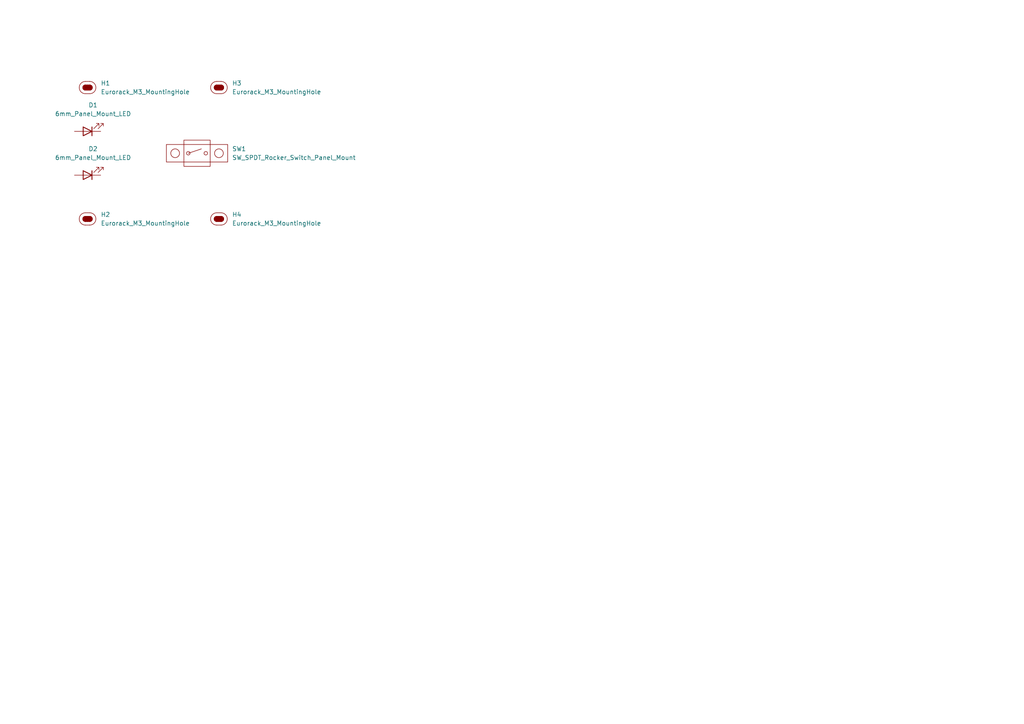
<source format=kicad_sch>
(kicad_sch (version 20250114) (generator "eeschema") (generator_version "9.0")
  (paper "A4")
  (lib_symbols
    (symbol "EXC:6mm_Panel_Mount_LED" (pin_numbers (hide yes)) (pin_names (offset 1.016) (hide yes))
      (property "Reference" "D" (at 0 2.54 0))
      (property "Value" "6mm_Panel_Mount_LED" (at 0 -3.556 0))
      (symbol "6mm_Panel_Mount_LED_0_1"
        (polyline (pts (xy -1.27 1.27) (xy -1.27 -1.27) (xy 1.27 0) (xy -1.27 1.27)) (stroke (width 0.254)))
        (polyline (pts (xy 1.27 1.27) (xy 1.27 -1.27)) (stroke (width 0.254)))
        (polyline (pts (xy 1.27 0) (xy -1.27 0)))
        (polyline (pts (xy 1.778 0.762) (xy 3.302 2.286) (xy 2.54 2.286) (xy 3.302 2.286) (xy 3.302 1.524)))
        (polyline (pts (xy 3.048 0.762) (xy 4.572 2.286) (xy 3.81 2.286) (xy 4.572 2.286) (xy 4.572 1.524)))
      )
      (symbol "6mm_Panel_Mount_LED_1_1"
        (pin passive line (at -3.81 0 0) (length 2.54) (name "A") (number "2"))
        (pin passive line (at 3.81 0 180) (length 2.54) (name "K") (number "1"))
      )
    )
    (symbol "EXC:Eurorack_M3_MountingHole" (pin_names (offset 1.016))
      (property "Reference" "H" (at 0 5.08 0))
      (property "Value" "Eurorack_M3_MountingHole" (at 0 3.175 0))
      (symbol "Eurorack_M3_MountingHole_0_1"
        (polyline (pts (xy -0.635 0.762) (xy 0.635 0.762)))
        (circle (center -0.635 0) (radius 0.762) (fill (type outline)))
        (arc (start -0.635 -0.762) (mid -1.397 0) (end -0.635 0.762))
        (arc (start -0.635 -1.778) (mid -2.413 0) (end -0.635 1.778))
        (polyline (pts (xy -0.635 -0.762) (xy 0.635 -0.762)))
        (polyline (pts (xy -0.635 -1.778) (xy 0.635 -1.778)))
        (circle (center 0 0) (radius 0.762) (fill (type outline)))
        (polyline (pts (xy 0.635 1.778) (xy -0.635 1.778)))
        (arc (start 0.6141 1.778) (mid 2.4131 0) (end 0.6141 -1.778))
        (arc (start 0.6227 0.762) (mid 1.3971 0) (end 0.6227 -0.762))
        (circle (center 0.635 0) (radius 0.762) (fill (type outline)))
      )
    )
    (symbol "EXC:SW_SPDT_Rocker_Switch_Panel_Mount"
      (property "Reference" "SW" (at 0 5.08 0))
      (property "Value" "SW_SPDT_Rocker_Switch_Panel_Mount" (at 0 -5.334 0))
      (symbol "SW_SPDT_Rocker_Switch_Panel_Mount_0_1"
        (rectangle (start -8.89 2.54) (end 8.89 -2.54))
        (circle (center -6.35 0) (radius 1.27))
        (rectangle (start -3.81 3.81) (end 3.81 -3.81))
        (circle (center -2.54 0) (radius 0.508))
        (polyline (pts (xy -2.54 0) (xy 1.27 1.27)))
        (circle (center 2.54 0) (radius 0.508))
        (circle (center 6.35 0) (radius 1.27))
      )
    )
  )
  (symbol (lib_id "EXC:Eurorack_M3_MountingHole") (at 63.5 63.5 0) (unit 1)
    (property "Reference" "H4" (at 67.31 62.2299 0) (effects (justify left)))
    (property "Value" "Eurorack_M3_MountingHole" (at 67.31 64.7699 0) (effects (justify left)))
    (property "Footprint" "EXC:MountingHole_3.2mm_M3" (effects (hide yes)))
    (property "Description" "Mounting Hole without connection" (effects (hide yes)))
  )
  (symbol (lib_id "EXC:Eurorack_M3_MountingHole") (at 25.4 25.4 0) (unit 1)
    (property "Reference" "H1" (at 29.21 24.1299 0) (effects (justify left)))
    (property "Value" "Eurorack_M3_MountingHole" (at 29.21 26.6699 0) (effects (justify left)))
    (property "Footprint" "EXC:MountingHole_3.2mm_M3" (effects (hide yes)))
    (property "Description" "Mounting Hole without connection" (effects (hide yes)))
  )
  (symbol (lib_id "EXC:SW_SPDT_Rocker_Switch_Panel_Mount") (at 57.15 44.45 0) (unit 1)
    (property "Reference" "SW1" (at 67.31 43.1799 0) (effects (justify left)))
    (property "Value" "SW_SPDT_Rocker_Switch_Panel_Mount" (at 67.31 45.7199 0) (effects (justify left)))
    (property "Footprint" "EXC:SW_SPDT_Rocker_Switch_Panel_Mount" (effects (hide yes)))
    (property "Datasheet" "https://ae01.alicdn.com/kf/Heb698ff86cfd4b08822571c233e6339aC.jpg" (effects (hide yes)))
    (property "Source" "https://www.aliexpress.com/item/4001204841228.html" (effects (hide yes)))
  )
  (symbol (lib_id "EXC:6mm_Panel_Mount_LED") (at 25.4 38.1 0) (unit 1)
    (property "Reference" "D1" (at 26.9875 30.48 0))
    (property "Value" "6mm_Panel_Mount_LED" (at 26.9875 33.02 0))
    (property "Footprint" "EXC:6mm_Panel_Mount_LED" (effects (hide yes)))
    (property "Description" "Light emitting diode" (effects (hide yes)))
  )
  (symbol (lib_id "EXC:Eurorack_M3_MountingHole") (at 25.4 63.5 0) (unit 1)
    (property "Reference" "H2" (at 29.21 62.2299 0) (effects (justify left)))
    (property "Value" "Eurorack_M3_MountingHole" (at 29.21 64.7699 0) (effects (justify left)))
    (property "Footprint" "EXC:MountingHole_3.2mm_M3" (effects (hide yes)))
    (property "Description" "Mounting Hole without connection" (effects (hide yes)))
  )
  (symbol (lib_id "EXC:6mm_Panel_Mount_LED") (at 25.4 50.8 0) (unit 1)
    (property "Reference" "D2" (at 26.9875 43.18 0))
    (property "Value" "6mm_Panel_Mount_LED" (at 26.9875 45.72 0))
    (property "Footprint" "EXC:6mm_Panel_Mount_LED" (effects (hide yes)))
    (property "Description" "Light emitting diode" (effects (hide yes)))
  )
  (symbol (lib_id "EXC:Eurorack_M3_MountingHole") (at 63.5 25.4 0) (unit 1)
    (property "Reference" "H3" (at 67.31 24.1299 0) (effects (justify left)))
    (property "Value" "Eurorack_M3_MountingHole" (at 67.31 26.6699 0) (effects (justify left)))
    (property "Footprint" "EXC:MountingHole_3.2mm_M3" (effects (hide yes)))
    (property "Description" "Mounting Hole without connection" (effects (hide yes)))
  )
)
</source>
